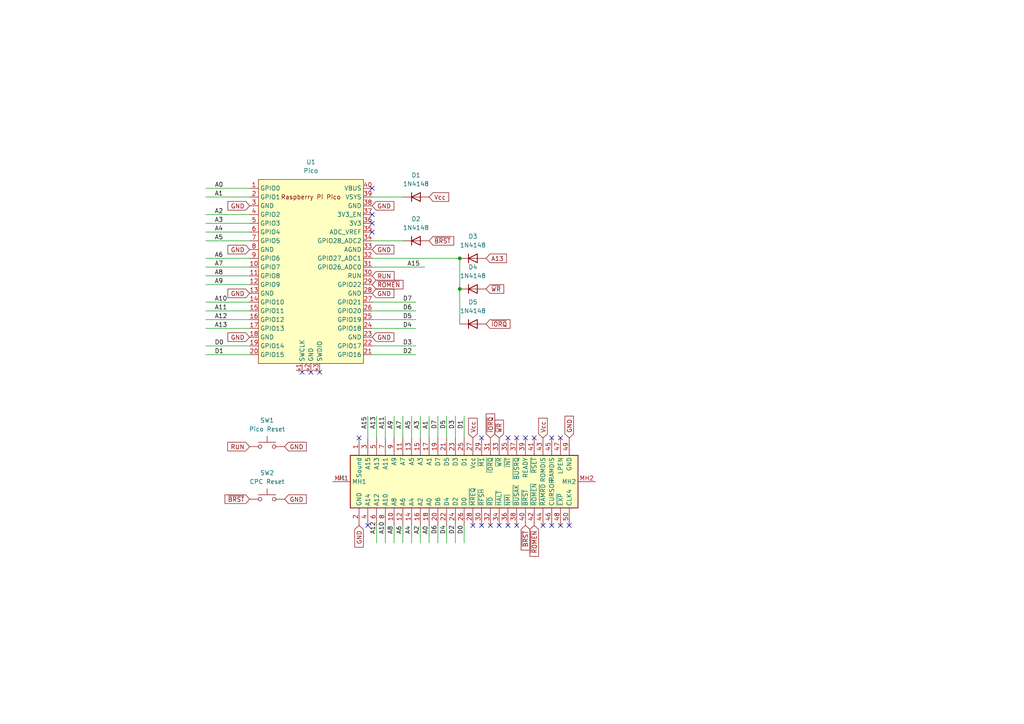
<source format=kicad_sch>
(kicad_sch (version 20230121) (generator eeschema)
  (paper "A4")
  (title_block (title "CPC PicoROM Plus") (date "18-Nov-2024") (rev "1.1-0") (company "Brett Hallen") (comment 1 "https://github.com/0ddjob/CPC_PICOROM") (comment 3 "https://github.com/mattcallow/CPC_PICOROM") (comment 4 "Original by Matt Callow"))
  (lib_symbols
    (symbol "Diode:1N4148" (pin_numbers hide) (pin_names hide)
      (property "Reference" "D" (at 0 2.54 0))
      (property "Value" "1N4148" (at 0 -2.54 0))
      (symbol "1N4148_0_1"
        (polyline (pts (xy -1.27 1.27) (xy -1.27 -1.27)) (stroke (width 0.254)))
        (polyline (pts (xy 1.27 0) (xy -1.27 0)))
        (polyline (pts (xy 1.27 1.27) (xy 1.27 -1.27) (xy -1.27 0) (xy 1.27 1.27)) (stroke (width 0.254)))
      )
      (symbol "1N4148_1_1"
        (pin passive line (at -3.81 0 0) (length 2.54) (name "K") (number "1"))
        (pin passive line (at 3.81 0 180) (length 2.54) (name "A") (number "2"))
      )
    )
    (symbol "Switch:SW_Push" (pin_numbers hide) (pin_names (offset 1.016) hide)
      (property "Reference" "SW" (at 1.27 2.54 0))
      (property "Value" "SW_Push" (at 0 -1.524 0))
      (symbol "SW_Push_0_1"
        (circle (center -2.032 0) (radius 0.508))
        (polyline (pts (xy 0 1.27) (xy 0 3.048)))
        (polyline (pts (xy 2.54 1.27) (xy -2.54 1.27)))
        (circle (center 2.032 0) (radius 0.508))
        (pin passive line (at -5.08 0 0) (length 2.54) (name "1") (number "1"))
        (pin passive line (at 5.08 0 180) (length 2.54) (name "2") (number "2"))
      )
    )
    (symbol "cluelessengineer:Amstrad_CPC_Plus_Expansion"
      (property "Reference" "J" (at 72.39 12.7 0))
      (property "Value" "Amstrad_CPC_Plus_Expansion" (at 72.39 10.16 0))
      (symbol "Amstrad_CPC_Plus_Expansion_1_1"
        (rectangle (start 5.08 7.62) (end 71.12 -7.62) (stroke (width 0.254)) (fill (type background)))
        (pin passive line (at 7.62 12.7 270) (length 5.08) (name "Sound") (number "1"))
        (pin passive line (at 17.78 -12.7 90) (length 5.08) (name "A8") (number "10"))
        (pin passive line (at 20.32 12.7 270) (length 5.08) (name "A7") (number "11"))
        (pin passive line (at 20.32 -12.7 90) (length 5.08) (name "A6") (number "12"))
        (pin passive line (at 22.86 12.7 270) (length 5.08) (name "A5") (number "13"))
        (pin passive line (at 22.86 -12.7 90) (length 5.08) (name "A4") (number "14"))
        (pin passive line (at 25.4 12.7 270) (length 5.08) (name "A3") (number "15"))
        (pin passive line (at 25.4 -12.7 90) (length 5.08) (name "A2") (number "16"))
        (pin passive line (at 27.94 12.7 270) (length 5.08) (name "A1") (number "17"))
        (pin passive line (at 27.94 -12.7 90) (length 5.08) (name "A0") (number "18"))
        (pin passive line (at 30.48 12.7 270) (length 5.08) (name "D7") (number "19"))
        (pin bidirectional line (at 7.62 -12.7 90) (length 5.08) (name "GND") (number "2"))
        (pin passive line (at 30.48 -12.7 90) (length 5.08) (name "D6") (number "20"))
        (pin passive line (at 33.02 12.7 270) (length 5.08) (name "D5") (number "21"))
        (pin passive line (at 33.02 -12.7 90) (length 5.08) (name "D4") (number "22"))
        (pin passive line (at 35.56 12.7 270) (length 5.08) (name "D3") (number "23"))
        (pin passive line (at 35.56 -12.7 90) (length 5.08) (name "D2") (number "24"))
        (pin passive line (at 38.1 12.7 270) (length 5.08) (name "D1") (number "25"))
        (pin passive line (at 38.1 -12.7 90) (length 5.08) (name "D0") (number "26"))
        (pin power_out line (at 40.64 12.7 270) (length 5.08) (name "Vcc") (number "27"))
        (pin passive line (at 40.64 -12.7 90) (length 5.08) (name "~{MREQ}") (number "28"))
        (pin passive line (at 43.18 12.7 270) (length 5.08) (name "~{M1}") (number "29"))
        (pin passive line (at 10.16 12.7 270) (length 5.08) (name "A15") (number "3"))
        (pin passive line (at 43.18 -12.7 90) (length 5.08) (name "~{RFSH}") (number "30"))
        (pin passive line (at 45.72 12.7 270) (length 5.08) (name "~{IORQ}") (number "31"))
        (pin passive line (at 45.72 -12.7 90) (length 5.08) (name "~{RD}") (number "32"))
        (pin passive line (at 48.26 12.7 270) (length 5.08) (name "~{WR}") (number "33"))
        (pin passive line (at 48.26 -12.7 90) (length 5.08) (name "~{HALT}") (number "34"))
        (pin passive line (at 50.8 12.7 270) (length 5.08) (name "~{INT}") (number "35"))
        (pin passive line (at 50.8 -12.7 90) (length 5.08) (name "~{NMI}") (number "36"))
        (pin passive line (at 53.34 12.7 270) (length 5.08) (name "~{BUSRQ}") (number "37"))
        (pin passive line (at 53.34 -12.7 90) (length 5.08) (name "~{BUSAK}") (number "38"))
        (pin passive line (at 55.88 12.7 270) (length 5.08) (name "READY") (number "39"))
        (pin passive line (at 10.16 -12.7 90) (length 5.08) (name "A14") (number "4"))
        (pin passive line (at 55.88 -12.7 90) (length 5.08) (name "~{BRST}") (number "40"))
        (pin passive line (at 58.42 12.7 270) (length 5.08) (name "~{RSET}") (number "41"))
        (pin passive line (at 58.42 -12.7 90) (length 5.08) (name "~{ROMEN}") (number "42"))
        (pin passive line (at 60.96 12.7 270) (length 5.08) (name "ROMDIS") (number "43"))
        (pin passive line (at 60.96 -12.7 90) (length 5.08) (name "~{RAMRD}") (number "44"))
        (pin passive line (at 63.5 12.7 270) (length 5.08) (name "RAMDIS") (number "45"))
        (pin passive line (at 63.5 -12.7 90) (length 5.08) (name "CURSOR") (number "46"))
        (pin passive line (at 66.04 12.7 270) (length 5.08) (name "LPEN") (number "47"))
        (pin passive line (at 66.04 -12.7 90) (length 5.08) (name "~{EXP}") (number "48"))
        (pin bidirectional line (at 68.58 12.7 270) (length 5.08) (name "GND") (number "49"))
        (pin passive line (at 12.7 12.7 270) (length 5.08) (name "A13") (number "5"))
        (pin passive line (at 68.58 -12.7 90) (length 5.08) (name "CLK4") (number "50"))
        (pin passive line (at 12.7 -12.7 90) (length 5.08) (name "A12") (number "6"))
        (pin passive line (at 15.24 12.7 270) (length 5.08) (name "A11") (number "7"))
        (pin passive line (at 15.24 -12.7 90) (length 5.08) (name "A10") (number "8"))
        (pin passive line (at 17.78 12.7 270) (length 5.08) (name "A9") (number "9"))
        (pin passive line (at 0 0 0) (length 5.08) (name "MH1") (number "MH1"))
        (pin passive line (at 76.2 0 180) (length 5.08) (name "MH2") (number "MH2"))
      )
    )
    (symbol "cluelessengineer:Pico"
      (property "Reference" "U" (at -13.97 27.94 0))
      (property "Value" "Pico" (at 0 19.05 0))
      (symbol "Pico_0_0"
        (text "Raspberry Pi Pico" (at 0 21.59 0) (effects (font (size 1.27 1.27))))
      )
      (symbol "Pico_0_1"
        (rectangle (start -15.24 26.67) (end 15.24 -26.67) (fill (type background)))
      )
      (symbol "Pico_1_1"
        (pin bidirectional line (at -17.78 24.13 0) (length 2.54) (name "GPIO0") (number "1"))
        (pin bidirectional line (at -17.78 1.27 0) (length 2.54) (name "GPIO7") (number "10"))
        (pin bidirectional line (at -17.78 -1.27 0) (length 2.54) (name "GPIO8") (number "11"))
        (pin bidirectional line (at -17.78 -3.81 0) (length 2.54) (name "GPIO9") (number "12"))
        (pin power_in line (at -17.78 -6.35 0) (length 2.54) (name "GND") (number "13"))
        (pin bidirectional line (at -17.78 -8.89 0) (length 2.54) (name "GPIO10") (number "14"))
        (pin bidirectional line (at -17.78 -11.43 0) (length 2.54) (name "GPIO11") (number "15"))
        (pin bidirectional line (at -17.78 -13.97 0) (length 2.54) (name "GPIO12") (number "16"))
        (pin bidirectional line (at -17.78 -16.51 0) (length 2.54) (name "GPIO13") (number "17"))
        (pin power_in line (at -17.78 -19.05 0) (length 2.54) (name "GND") (number "18"))
        (pin bidirectional line (at -17.78 -21.59 0) (length 2.54) (name "GPIO14") (number "19"))
        (pin bidirectional line (at -17.78 21.59 0) (length 2.54) (name "GPIO1") (number "2"))
        (pin bidirectional line (at -17.78 -24.13 0) (length 2.54) (name "GPIO15") (number "20"))
        (pin bidirectional line (at 17.78 -24.13 180) (length 2.54) (name "GPIO16") (number "21"))
        (pin bidirectional line (at 17.78 -21.59 180) (length 2.54) (name "GPIO17") (number "22"))
        (pin power_in line (at 17.78 -19.05 180) (length 2.54) (name "GND") (number "23"))
        (pin bidirectional line (at 17.78 -16.51 180) (length 2.54) (name "GPIO18") (number "24"))
        (pin bidirectional line (at 17.78 -13.97 180) (length 2.54) (name "GPIO19") (number "25"))
        (pin bidirectional line (at 17.78 -11.43 180) (length 2.54) (name "GPIO20") (number "26"))
        (pin bidirectional line (at 17.78 -8.89 180) (length 2.54) (name "GPIO21") (number "27"))
        (pin power_in line (at 17.78 -6.35 180) (length 2.54) (name "GND") (number "28"))
        (pin bidirectional line (at 17.78 -3.81 180) (length 2.54) (name "GPIO22") (number "29"))
        (pin power_in line (at -17.78 19.05 0) (length 2.54) (name "GND") (number "3"))
        (pin input line (at 17.78 -1.27 180) (length 2.54) (name "RUN") (number "30"))
        (pin bidirectional line (at 17.78 1.27 180) (length 2.54) (name "GPIO26_ADC0") (number "31"))
        (pin bidirectional line (at 17.78 3.81 180) (length 2.54) (name "GPIO27_ADC1") (number "32"))
        (pin power_in line (at 17.78 6.35 180) (length 2.54) (name "AGND") (number "33"))
        (pin bidirectional line (at 17.78 8.89 180) (length 2.54) (name "GPIO28_ADC2") (number "34"))
        (pin power_in line (at 17.78 11.43 180) (length 2.54) (name "ADC_VREF") (number "35"))
        (pin power_in line (at 17.78 13.97 180) (length 2.54) (name "3V3") (number "36"))
        (pin input line (at 17.78 16.51 180) (length 2.54) (name "3V3_EN") (number "37"))
        (pin bidirectional line (at 17.78 19.05 180) (length 2.54) (name "GND") (number "38"))
        (pin power_in line (at 17.78 21.59 180) (length 2.54) (name "VSYS") (number "39"))
        (pin bidirectional line (at -17.78 16.51 0) (length 2.54) (name "GPIO2") (number "4"))
        (pin power_in line (at 17.78 24.13 180) (length 2.54) (name "VBUS") (number "40"))
        (pin input line (at -2.54 -29.21 90) (length 2.54) (name "SWCLK") (number "41"))
        (pin power_in line (at 0 -29.21 90) (length 2.54) (name "GND") (number "42"))
        (pin bidirectional line (at 2.54 -29.21 90) (length 2.54) (name "SWDIO") (number "43"))
        (pin bidirectional line (at -17.78 13.97 0) (length 2.54) (name "GPIO3") (number "5"))
        (pin bidirectional line (at -17.78 11.43 0) (length 2.54) (name "GPIO4") (number "6"))
        (pin bidirectional line (at -17.78 8.89 0) (length 2.54) (name "GPIO5") (number "7"))
        (pin power_in line (at -17.78 6.35 0) (length 2.54) (name "GND") (number "8"))
        (pin bidirectional line (at -17.78 3.81 0) (length 2.54) (name "GPIO6") (number "9"))
      )
    )
  )
  (junction (at 133.35 83.82))
  (junction (at 133.35 74.93))
  (no_connect (at 162.56 127))
  (no_connect (at 106.68 152.4))
  (no_connect (at 92.71 107.95))
  (no_connect (at 162.56 152.4))
  (no_connect (at 139.7 127))
  (no_connect (at 142.24 152.4))
  (no_connect (at 107.95 67.31))
  (no_connect (at 137.16 152.4))
  (no_connect (at 157.48 152.4))
  (no_connect (at 154.94 127))
  (no_connect (at 90.17 107.95))
  (no_connect (at 160.02 127))
  (no_connect (at 147.32 152.4))
  (no_connect (at 160.02 152.4))
  (no_connect (at 104.14 127))
  (no_connect (at 87.63 107.95))
  (no_connect (at 147.32 127))
  (no_connect (at 107.95 54.61))
  (no_connect (at 149.86 152.4))
  (no_connect (at 107.95 64.77))
  (no_connect (at 149.86 127))
  (no_connect (at 107.95 62.23))
  (no_connect (at 139.7 152.4))
  (no_connect (at 165.1 152.4))
  (no_connect (at 152.4 127))
  (no_connect (at 144.78 152.4))
  (wire (pts (xy 121.92 120.65) (xy 121.92 127)))
  (wire (pts (xy 107.95 95.25) (xy 120.65 95.25)))
  (wire (pts (xy 133.35 74.93) (xy 133.35 83.82)))
  (wire (pts (xy 107.95 74.93) (xy 133.35 74.93)))
  (wire (pts (xy 59.69 90.17) (xy 72.39 90.17)))
  (wire (pts (xy 59.69 100.33) (xy 72.39 100.33)))
  (wire (pts (xy 59.69 69.85) (xy 72.39 69.85)))
  (wire (pts (xy 129.54 152.4) (xy 129.54 157.48)))
  (wire (pts (xy 59.69 95.25) (xy 72.39 95.25)))
  (wire (pts (xy 59.69 82.55) (xy 72.39 82.55)))
  (wire (pts (xy 59.69 54.61) (xy 72.39 54.61)))
  (wire (pts (xy 111.76 120.65) (xy 111.76 127)))
  (wire (pts (xy 111.76 152.4) (xy 111.76 157.48)))
  (wire (pts (xy 59.69 57.15) (xy 72.39 57.15)))
  (wire (pts (xy 124.46 152.4) (xy 124.46 157.48)))
  (wire (pts (xy 116.84 120.65) (xy 116.84 127)))
  (wire (pts (xy 59.69 102.87) (xy 72.39 102.87)))
  (wire (pts (xy 127 152.4) (xy 127 157.48)))
  (wire (pts (xy 124.46 120.65) (xy 124.46 127)))
  (wire (pts (xy 59.69 62.23) (xy 72.39 62.23)))
  (wire (pts (xy 59.69 92.71) (xy 72.39 92.71)))
  (wire (pts (xy 107.95 77.47) (xy 123.19 77.47)))
  (wire (pts (xy 114.3 152.4) (xy 114.3 157.48)))
  (wire (pts (xy 116.84 57.15) (xy 107.95 57.15)))
  (wire (pts (xy 114.3 120.65) (xy 114.3 127)))
  (wire (pts (xy 129.54 120.65) (xy 129.54 127)))
  (wire (pts (xy 107.95 100.33) (xy 120.65 100.33)))
  (wire (pts (xy 59.69 77.47) (xy 72.39 77.47)))
  (wire (pts (xy 116.84 152.4) (xy 116.84 157.48)))
  (wire (pts (xy 121.92 152.4) (xy 121.92 157.48)))
  (wire (pts (xy 133.35 83.82) (xy 133.35 93.98)))
  (wire (pts (xy 109.22 152.4) (xy 109.22 157.48)))
  (wire (pts (xy 132.08 120.65) (xy 132.08 127)))
  (wire (pts (xy 107.95 90.17) (xy 120.65 90.17)))
  (wire (pts (xy 109.22 120.65) (xy 109.22 127)))
  (wire (pts (xy 119.38 120.65) (xy 119.38 127)))
  (wire (pts (xy 106.68 120.65) (xy 106.68 127)))
  (wire (pts (xy 59.69 67.31) (xy 72.39 67.31)))
  (wire (pts (xy 134.62 152.4) (xy 134.62 157.48)))
  (wire (pts (xy 132.08 152.4) (xy 132.08 157.48)))
  (wire (pts (xy 127 120.65) (xy 127 127)))
  (wire (pts (xy 59.69 80.01) (xy 72.39 80.01)))
  (wire (pts (xy 59.69 74.93) (xy 72.39 74.93)))
  (wire (pts (xy 107.95 102.87) (xy 120.65 102.87)))
  (wire (pts (xy 107.95 92.71) (xy 120.65 92.71)))
  (wire (pts (xy 107.95 87.63) (xy 120.65 87.63)))
  (wire (pts (xy 119.38 152.4) (xy 119.38 157.48)))
  (wire (pts (xy 59.69 64.77) (xy 72.39 64.77)))
  (wire (pts (xy 59.69 87.63) (xy 72.39 87.63)))
  (wire (pts (xy 116.84 69.85) (xy 107.95 69.85)))
  (wire (pts (xy 134.62 120.65) (xy 134.62 127)))
  (label "A0" (at 124.46 154.94 90))
  (label "A2" (at 62.23 62.23 0))
  (label "A15" (at 118.11 77.47 0))
  (label "A8" (at 114.3 154.94 90))
  (label "A1" (at 124.46 124.46 90))
  (label "A13" (at 109.22 124.46 90))
  (label "A0" (at 64.77 54.61 180))
  (label "A7" (at 62.23 77.47 0))
  (label "A12" (at 62.23 92.71 0))
  (label "D2" (at 116.84 102.87 0))
  (label "D2" (at 132.08 154.94 90))
  (label "A3" (at 62.23 64.77 0))
  (label "D3" (at 132.08 124.46 90))
  (label "A9" (at 114.3 124.46 90))
  (label "D6" (at 127 154.94 90))
  (label "D4" (at 129.54 154.94 90))
  (label "D5" (at 129.54 124.46 90))
  (label "A4" (at 119.38 154.94 90))
  (label "D6" (at 116.84 90.17 0))
  (label "A12" (at 109.22 154.94 90))
  (label "A2" (at 121.92 154.94 90))
  (label "A5" (at 62.23 69.85 0))
  (label "A6" (at 62.23 74.93 0))
  (label "A3" (at 121.92 124.46 90))
  (label "A5" (at 119.38 124.46 90))
  (label "A1" (at 62.23 57.15 0))
  (label "A4" (at 62.23 67.31 0))
  (label "D4" (at 116.84 95.25 0))
  (label "A8" (at 62.23 80.01 0))
  (label "A6" (at 116.84 154.94 90))
  (label "A7" (at 116.84 124.46 90))
  (label "A9" (at 62.23 82.55 0))
  (label "D7" (at 127 124.46 90))
  (label "D0" (at 62.23 100.33 0))
  (label "D7" (at 116.84 87.63 0))
  (label "A10" (at 62.23 87.63 0))
  (label "A10" (at 111.76 154.94 90))
  (label "A13" (at 62.23 95.25 0))
  (label "D0" (at 134.62 154.94 90))
  (label "A15" (at 106.68 124.46 90))
  (label "A11" (at 62.23 90.17 0))
  (label "D1" (at 134.62 124.46 90))
  (label "A11" (at 111.76 124.46 90))
  (label "D3" (at 116.84 100.33 0))
  (label "D5" (at 116.84 92.71 0))
  (label "D1" (at 62.23 102.87 0))
  (global_label "GND" (shape input) (at 165.1 127 90) (property "Intersheetrefs" "${INTERSHEET_REFS}" (effects hide)))
  (global_label "GND" (shape input) (at 107.95 59.69 0) (property "Intersheetrefs" "${INTERSHEET_REFS}" (effects hide)))
  (global_label "Vcc" (shape input) (at 157.48 127 90) (property "Intersheetrefs" "${INTERSHEET_REFS}" (effects hide)))
  (global_label "A13" (shape input) (at 140.97 74.93 0) (property "Intersheetrefs" "${INTERSHEET_REFS}" (effects hide)))
  (global_label "GND" (shape input) (at 107.95 85.09 0) (property "Intersheetrefs" "${INTERSHEET_REFS}" (effects hide)))
  (global_label "~{ROMEN}" (shape input) (at 154.94 152.4 270) (property "Intersheetrefs" "${INTERSHEET_REFS}" (effects hide)))
  (global_label "GND" (shape input) (at 72.39 72.39 180) (property "Intersheetrefs" "${INTERSHEET_REFS}" (effects hide)))
  (global_label "GND" (shape input) (at 107.95 72.39 0) (property "Intersheetrefs" "${INTERSHEET_REFS}" (effects hide)))
  (global_label "~{WR}" (shape input) (at 140.97 83.82 0) (property "Intersheetrefs" "${INTERSHEET_REFS}" (effects hide)))
  (global_label "~{BRST}" (shape input) (at 72.39 144.78 180) (property "Intersheetrefs" "${INTERSHEET_REFS}" (effects hide)))
  (global_label "GND" (shape input) (at 72.39 85.09 180) (property "Intersheetrefs" "${INTERSHEET_REFS}" (effects hide)))
  (global_label "~{ROMEN}" (shape input) (at 107.95 82.55 0) (property "Intersheetrefs" "${INTERSHEET_REFS}" (effects hide)))
  (global_label "~{BRST}" (shape input) (at 124.46 69.85 0) (property "Intersheetrefs" "${INTERSHEET_REFS}" (effects hide)))
  (global_label "RUN" (shape input) (at 72.39 129.54 180) (property "Intersheetrefs" "${INTERSHEET_REFS}" (effects hide)))
  (global_label "GND" (shape input) (at 107.95 97.79 0) (property "Intersheetrefs" "${INTERSHEET_REFS}" (effects hide)))
  (global_label "GND" (shape input) (at 72.39 97.79 180) (property "Intersheetrefs" "${INTERSHEET_REFS}" (effects hide)))
  (global_label "GND" (shape input) (at 82.55 129.54 0) (property "Intersheetrefs" "${INTERSHEET_REFS}" (effects hide)))
  (global_label "GND" (shape input) (at 72.39 59.69 180) (property "Intersheetrefs" "${INTERSHEET_REFS}" (effects hide)))
  (global_label "Vcc" (shape input) (at 137.16 127 90) (property "Intersheetrefs" "${INTERSHEET_REFS}" (effects hide)))
  (global_label "~{WR}" (shape input) (at 144.78 127 90) (property "Intersheetrefs" "${INTERSHEET_REFS}" (effects hide)))
  (global_label "~{BRST}" (shape input) (at 152.4 152.4 270) (property "Intersheetrefs" "${INTERSHEET_REFS}" (effects hide)))
  (global_label "GND" (shape input) (at 82.55 144.78 0) (property "Intersheetrefs" "${INTERSHEET_REFS}" (effects hide)))
  (global_label "Vcc" (shape input) (at 124.46 57.15 0) (property "Intersheetrefs" "${INTERSHEET_REFS}" (effects hide)))
  (global_label "GND" (shape input) (at 104.14 152.4 270) (property "Intersheetrefs" "${INTERSHEET_REFS}" (effects hide)))
  (global_label "RUN" (shape input) (at 107.95 80.01 0) (property "Intersheetrefs" "${INTERSHEET_REFS}" (effects hide)))
  (global_label "~{IORQ}" (shape input) (at 140.97 93.98 0) (property "Intersheetrefs" "${INTERSHEET_REFS}" (effects hide)))
  (global_label "~{IORQ}" (shape input) (at 142.24 127 90) (property "Intersheetrefs" "${INTERSHEET_REFS}" (effects hide)))
  (symbol (lib_id "cluelessengineer:Pico") (at 90.17 78.74 0) (unit 1)
    (property "Reference" "U1" (at 90.17 46.99 0))
    (property "Value" "Pico" (at 90.17 49.53 0))
    (property "Footprint" "CluelessEngineer:RPi_Pico_SMD_TH" (effects hide))
  )
  (symbol (lib_id "Diode:1N4148") (at 137.16 83.82 0) (unit 1)
    (property "Reference" "D4" (at 137.16 77.47 0))
    (property "Value" "1N4148" (at 137.16 80.01 0))
    (property "Footprint" "Diode_THT:D_DO-35_SOD27_P7.62mm_Horizontal" (effects hide))
    (property "Datasheet" "https://assets.nexperia.com/documents/data-sheet/1N4148_1N4448.pdf" (effects hide))
    (property "Sim.Device" "D" (effects hide))
    (property "Sim.Pins" "1=K 2=A" (effects hide))
  )
  (symbol (lib_id "Switch:SW_Push") (at 77.47 144.78 0) (unit 1)
    (property "Reference" "SW2" (at 77.47 137.16 0))
    (property "Value" "CPC Reset" (at 77.47 139.7 0))
    (property "Footprint" "My_Components:Switch_Tactile_6mm" (effects hide))
  )
  (symbol (lib_id "Diode:1N4148") (at 137.16 93.98 0) (unit 1)
    (property "Reference" "D5" (at 137.16 87.63 0))
    (property "Value" "1N4148" (at 137.16 90.17 0))
    (property "Footprint" "Diode_THT:D_DO-35_SOD27_P7.62mm_Horizontal" (effects hide))
    (property "Datasheet" "https://assets.nexperia.com/documents/data-sheet/1N4148_1N4448.pdf" (effects hide))
    (property "Sim.Device" "D" (effects hide))
    (property "Sim.Pins" "1=K 2=A" (effects hide))
  )
  (symbol (lib_id "Switch:SW_Push") (at 77.47 129.54 0) (unit 1)
    (property "Reference" "SW1" (at 77.47 121.92 0))
    (property "Value" "Pico Reset" (at 77.47 124.46 0))
    (property "Footprint" "My_Components:Switch_Tactile_6mm" (effects hide))
  )
  (symbol (lib_id "Diode:1N4148") (at 137.16 74.93 0) (unit 1)
    (property "Reference" "D3" (at 137.16 68.58 0))
    (property "Value" "1N4148" (at 137.16 71.12 0))
    (property "Footprint" "Diode_THT:D_DO-35_SOD27_P7.62mm_Horizontal" (effects hide))
    (property "Datasheet" "https://assets.nexperia.com/documents/data-sheet/1N4148_1N4448.pdf" (effects hide))
    (property "Sim.Device" "D" (effects hide))
    (property "Sim.Pins" "1=K 2=A" (effects hide))
  )
  (symbol (lib_id "Diode:1N4148") (at 120.65 57.15 0) (unit 1)
    (property "Reference" "D1" (at 120.65 50.8 0))
    (property "Value" "1N4148" (at 120.65 53.34 0))
    (property "Footprint" "Diode_THT:D_DO-35_SOD27_P7.62mm_Horizontal" (effects hide))
    (property "Datasheet" "https://assets.nexperia.com/documents/data-sheet/1N4148_1N4448.pdf" (effects hide))
    (property "Sim.Device" "D" (effects hide))
    (property "Sim.Pins" "1=K 2=A" (effects hide))
  )
  (symbol (lib_id "cluelessengineer:Amstrad_CPC_Plus_Expansion") (at 96.52 139.7 0) (unit 1)
    (property "Reference" "J1" (at 99.06 138.5921 0))
    (property "Value" "Amstrad_CPC_Plus_Expansion" (effects hide))
    (property "Footprint" "CluelessEngineer:111050113L001" (effects hide))
    (property "Datasheet" "https://www.norcomp.net/rohspdfs/SCSI-050Ribbon/11Y/111/111-YYY-113L001.pdf" (effects hide))
    (property "Height" "12.55" (effects hide))
    (property "Manufacturer_Name" "NorComp" (effects hide))
    (property "Manufacturer_Part_Number" "111-050-113L001" (effects hide))
  )
  (symbol (lib_id "Diode:1N4148") (at 120.65 69.85 0) (unit 1)
    (property "Reference" "D2" (at 120.65 63.5 0))
    (property "Value" "1N4148" (at 120.65 66.04 0))
    (property "Footprint" "Diode_THT:D_DO-35_SOD27_P7.62mm_Horizontal" (effects hide))
    (property "Datasheet" "https://assets.nexperia.com/documents/data-sheet/1N4148_1N4448.pdf" (effects hide))
    (property "Sim.Device" "D" (effects hide))
    (property "Sim.Pins" "1=K 2=A" (effects hide))
  )
)
</source>
